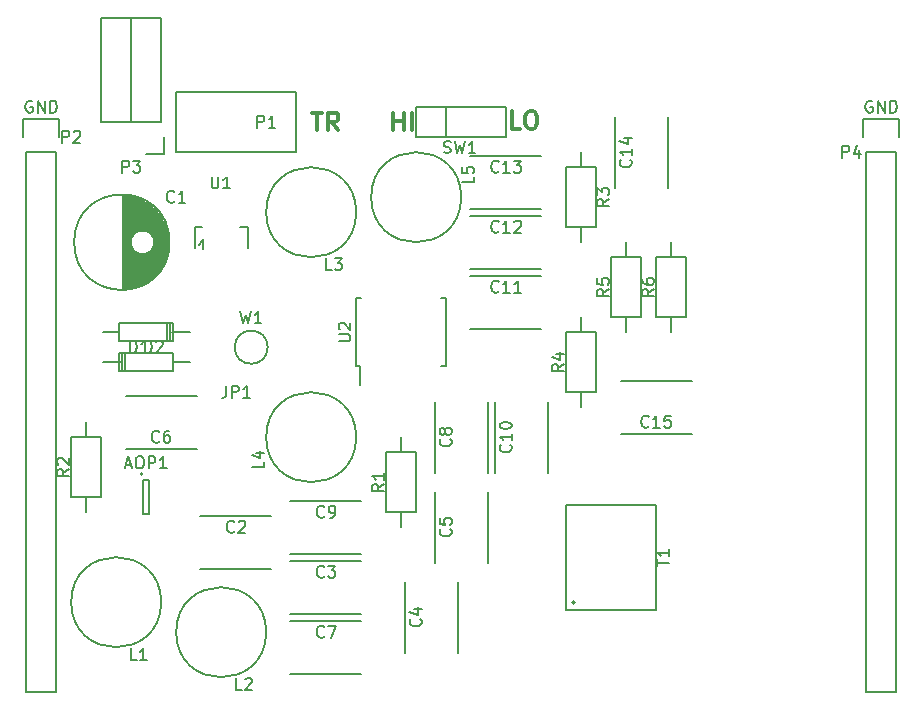
<source format=gbr>
G04 #@! TF.FileFunction,Legend,Top*
%FSLAX46Y46*%
G04 Gerber Fmt 4.6, Leading zero omitted, Abs format (unit mm)*
G04 Created by KiCad (PCBNEW 4.0.4+e1-6308~48~ubuntu16.04.1-stable) date Tue Sep  6 14:03:07 2016*
%MOMM*%
%LPD*%
G01*
G04 APERTURE LIST*
%ADD10C,0.100000*%
%ADD11C,0.300000*%
%ADD12C,0.150000*%
G04 APERTURE END LIST*
D10*
D11*
X76811286Y-87038571D02*
X76811286Y-85538571D01*
X76811286Y-86252857D02*
X77668429Y-86252857D01*
X77668429Y-87038571D02*
X77668429Y-85538571D01*
X78382715Y-87038571D02*
X78382715Y-85538571D01*
X87562572Y-86911571D02*
X86848286Y-86911571D01*
X86848286Y-85411571D01*
X88348286Y-85411571D02*
X88634000Y-85411571D01*
X88776858Y-85483000D01*
X88919715Y-85625857D01*
X88991143Y-85911571D01*
X88991143Y-86411571D01*
X88919715Y-86697286D01*
X88776858Y-86840143D01*
X88634000Y-86911571D01*
X88348286Y-86911571D01*
X88205429Y-86840143D01*
X88062572Y-86697286D01*
X87991143Y-86411571D01*
X87991143Y-85911571D01*
X88062572Y-85625857D01*
X88205429Y-85483000D01*
X88348286Y-85411571D01*
X69941429Y-85538571D02*
X70798572Y-85538571D01*
X70370001Y-87038571D02*
X70370001Y-85538571D01*
X72155715Y-87038571D02*
X71655715Y-86324286D01*
X71298572Y-87038571D02*
X71298572Y-85538571D01*
X71870000Y-85538571D01*
X72012858Y-85610000D01*
X72084286Y-85681429D01*
X72155715Y-85824286D01*
X72155715Y-86038571D01*
X72084286Y-86181429D01*
X72012858Y-86252857D01*
X71870000Y-86324286D01*
X71298572Y-86324286D01*
D12*
X55580000Y-116160000D02*
G75*
G03X55580000Y-116160000I-100000J0D01*
G01*
X56130000Y-116660000D02*
X55630000Y-116660000D01*
X56130000Y-119560000D02*
X56130000Y-116660000D01*
X55630000Y-119560000D02*
X56130000Y-119560000D01*
X55630000Y-116660000D02*
X55630000Y-119560000D01*
X53895000Y-92521000D02*
X53895000Y-100519000D01*
X54035000Y-92526000D02*
X54035000Y-100514000D01*
X54175000Y-92536000D02*
X54175000Y-100504000D01*
X54315000Y-92551000D02*
X54315000Y-100489000D01*
X54455000Y-92571000D02*
X54455000Y-100469000D01*
X54595000Y-92596000D02*
X54595000Y-96298000D01*
X54595000Y-96742000D02*
X54595000Y-100444000D01*
X54735000Y-92626000D02*
X54735000Y-95970000D01*
X54735000Y-97070000D02*
X54735000Y-100414000D01*
X54875000Y-92662000D02*
X54875000Y-95801000D01*
X54875000Y-97239000D02*
X54875000Y-100378000D01*
X55015000Y-92703000D02*
X55015000Y-95688000D01*
X55015000Y-97352000D02*
X55015000Y-100337000D01*
X55155000Y-92749000D02*
X55155000Y-95610000D01*
X55155000Y-97430000D02*
X55155000Y-100291000D01*
X55295000Y-92802000D02*
X55295000Y-95559000D01*
X55295000Y-97481000D02*
X55295000Y-100238000D01*
X55435000Y-92861000D02*
X55435000Y-95529000D01*
X55435000Y-97511000D02*
X55435000Y-100179000D01*
X55575000Y-92926000D02*
X55575000Y-95520000D01*
X55575000Y-97520000D02*
X55575000Y-100114000D01*
X55715000Y-92997000D02*
X55715000Y-95531000D01*
X55715000Y-97509000D02*
X55715000Y-100043000D01*
X55855000Y-93076000D02*
X55855000Y-95561000D01*
X55855000Y-97479000D02*
X55855000Y-99964000D01*
X55995000Y-93163000D02*
X55995000Y-95615000D01*
X55995000Y-97425000D02*
X55995000Y-99877000D01*
X56135000Y-93258000D02*
X56135000Y-95695000D01*
X56135000Y-97345000D02*
X56135000Y-99782000D01*
X56275000Y-93362000D02*
X56275000Y-95811000D01*
X56275000Y-97229000D02*
X56275000Y-99678000D01*
X56415000Y-93476000D02*
X56415000Y-95985000D01*
X56415000Y-97055000D02*
X56415000Y-99564000D01*
X56555000Y-93601000D02*
X56555000Y-96347000D01*
X56555000Y-96693000D02*
X56555000Y-99439000D01*
X56695000Y-93739000D02*
X56695000Y-99301000D01*
X56835000Y-93891000D02*
X56835000Y-99149000D01*
X56975000Y-94061000D02*
X56975000Y-98979000D01*
X57115000Y-94252000D02*
X57115000Y-98788000D01*
X57255000Y-94470000D02*
X57255000Y-98570000D01*
X57395000Y-94726000D02*
X57395000Y-98314000D01*
X57535000Y-95037000D02*
X57535000Y-98003000D01*
X57675000Y-95453000D02*
X57675000Y-97587000D01*
X57815000Y-96320000D02*
X57815000Y-96720000D01*
X56570000Y-96520000D02*
G75*
G03X56570000Y-96520000I-1000000J0D01*
G01*
X57857500Y-96520000D02*
G75*
G03X57857500Y-96520000I-4037500J0D01*
G01*
X60460000Y-119670000D02*
X66460000Y-119670000D01*
X66460000Y-124170000D02*
X60460000Y-124170000D01*
X68080000Y-123480000D02*
X74080000Y-123480000D01*
X74080000Y-127980000D02*
X68080000Y-127980000D01*
X77760000Y-131310000D02*
X77760000Y-125310000D01*
X82260000Y-125310000D02*
X82260000Y-131310000D01*
X80300000Y-123690000D02*
X80300000Y-117690000D01*
X84800000Y-117690000D02*
X84800000Y-123690000D01*
X60190000Y-114010000D02*
X54190000Y-114010000D01*
X54190000Y-109510000D02*
X60190000Y-109510000D01*
X68080000Y-128560000D02*
X74080000Y-128560000D01*
X74080000Y-133060000D02*
X68080000Y-133060000D01*
X80300000Y-116070000D02*
X80300000Y-110070000D01*
X84800000Y-110070000D02*
X84800000Y-116070000D01*
X68080000Y-118400000D02*
X74080000Y-118400000D01*
X74080000Y-122900000D02*
X68080000Y-122900000D01*
X85380000Y-116070000D02*
X85380000Y-110070000D01*
X89880000Y-110070000D02*
X89880000Y-116070000D01*
X83320000Y-99350000D02*
X89320000Y-99350000D01*
X89320000Y-103850000D02*
X83320000Y-103850000D01*
X83320000Y-94270000D02*
X89320000Y-94270000D01*
X89320000Y-98770000D02*
X83320000Y-98770000D01*
X83320000Y-89190000D02*
X89320000Y-89190000D01*
X89320000Y-93690000D02*
X83320000Y-93690000D01*
X95540000Y-91940000D02*
X95540000Y-85940000D01*
X100040000Y-85940000D02*
X100040000Y-91940000D01*
X102100000Y-112740000D02*
X96100000Y-112740000D01*
X96100000Y-108240000D02*
X102100000Y-108240000D01*
X53593480Y-104142540D02*
X52196480Y-104142540D01*
X58038480Y-104142540D02*
X59562480Y-104142540D01*
X57657480Y-104904540D02*
X57657480Y-103380540D01*
X57911480Y-104904540D02*
X57911480Y-103380540D01*
X58165480Y-104142540D02*
X58165480Y-103380540D01*
X58165480Y-103380540D02*
X53593480Y-103380540D01*
X53593480Y-103380540D02*
X53593480Y-104904540D01*
X53593480Y-104904540D02*
X58165480Y-104904540D01*
X58165480Y-104904540D02*
X58165480Y-104142540D01*
X58166520Y-106677460D02*
X59563520Y-106677460D01*
X53721520Y-106677460D02*
X52197520Y-106677460D01*
X54102520Y-105915460D02*
X54102520Y-107439460D01*
X53848520Y-105915460D02*
X53848520Y-107439460D01*
X53594520Y-106677460D02*
X53594520Y-107439460D01*
X53594520Y-107439460D02*
X58166520Y-107439460D01*
X58166520Y-107439460D02*
X58166520Y-105915460D01*
X58166520Y-105915460D02*
X53594520Y-105915460D01*
X53594520Y-105915460D02*
X53594520Y-106677460D01*
X57150000Y-127000000D02*
G75*
G03X57150000Y-127000000I-3810000J0D01*
G01*
X66040000Y-129540000D02*
G75*
G03X66040000Y-129540000I-3810000J0D01*
G01*
X73660000Y-93980000D02*
G75*
G03X73660000Y-93980000I-3810000J0D01*
G01*
X73660000Y-113030000D02*
G75*
G03X73660000Y-113030000I-3810000J0D01*
G01*
X82550000Y-92710000D02*
G75*
G03X82550000Y-92710000I-3810000J0D01*
G01*
X52070000Y-77530000D02*
X52070000Y-86360000D01*
X54610000Y-77530000D02*
X52070000Y-77530000D01*
X54610000Y-86360000D02*
X54610000Y-77530000D01*
X54610000Y-86360000D02*
X52070000Y-86360000D01*
X57150000Y-86360000D02*
X54610000Y-86360000D01*
X55880000Y-89030000D02*
X57430000Y-89030000D01*
X57430000Y-89030000D02*
X57430000Y-87630000D01*
X57150000Y-86360000D02*
X57150000Y-77530000D01*
X57150000Y-77530000D02*
X54610000Y-77530000D01*
X54610000Y-77530000D02*
X54610000Y-86360000D01*
X76200000Y-119380000D02*
X76200000Y-114300000D01*
X76200000Y-114300000D02*
X78740000Y-114300000D01*
X78740000Y-114300000D02*
X78740000Y-119380000D01*
X78740000Y-119380000D02*
X76200000Y-119380000D01*
X77470000Y-119380000D02*
X77470000Y-120650000D01*
X77470000Y-114300000D02*
X77470000Y-113030000D01*
X49530000Y-118110000D02*
X49530000Y-113030000D01*
X49530000Y-113030000D02*
X52070000Y-113030000D01*
X52070000Y-113030000D02*
X52070000Y-118110000D01*
X52070000Y-118110000D02*
X49530000Y-118110000D01*
X50800000Y-118110000D02*
X50800000Y-119380000D01*
X50800000Y-113030000D02*
X50800000Y-111760000D01*
X93980000Y-90170000D02*
X93980000Y-95250000D01*
X93980000Y-95250000D02*
X91440000Y-95250000D01*
X91440000Y-95250000D02*
X91440000Y-90170000D01*
X91440000Y-90170000D02*
X93980000Y-90170000D01*
X92710000Y-90170000D02*
X92710000Y-88900000D01*
X92710000Y-95250000D02*
X92710000Y-96520000D01*
X91440000Y-109220000D02*
X91440000Y-104140000D01*
X91440000Y-104140000D02*
X93980000Y-104140000D01*
X93980000Y-104140000D02*
X93980000Y-109220000D01*
X93980000Y-109220000D02*
X91440000Y-109220000D01*
X92710000Y-109220000D02*
X92710000Y-110490000D01*
X92710000Y-104140000D02*
X92710000Y-102870000D01*
X95250000Y-102870000D02*
X95250000Y-97790000D01*
X95250000Y-97790000D02*
X97790000Y-97790000D01*
X97790000Y-97790000D02*
X97790000Y-102870000D01*
X97790000Y-102870000D02*
X95250000Y-102870000D01*
X96520000Y-102870000D02*
X96520000Y-104140000D01*
X96520000Y-97790000D02*
X96520000Y-96520000D01*
X99060000Y-102870000D02*
X99060000Y-97790000D01*
X99060000Y-97790000D02*
X101600000Y-97790000D01*
X101600000Y-97790000D02*
X101600000Y-102870000D01*
X101600000Y-102870000D02*
X99060000Y-102870000D01*
X100330000Y-102870000D02*
X100330000Y-104140000D01*
X100330000Y-97790000D02*
X100330000Y-96520000D01*
X78740000Y-87630000D02*
X78740000Y-85090000D01*
X78740000Y-85090000D02*
X86360000Y-85090000D01*
X86360000Y-85090000D02*
X86360000Y-87630000D01*
X86360000Y-87630000D02*
X78740000Y-87630000D01*
X81280000Y-85090000D02*
X81280000Y-87630000D01*
X60330080Y-96720660D02*
X60579000Y-96420940D01*
X60579000Y-96420940D02*
X60680600Y-96271080D01*
X60680600Y-96271080D02*
X60680600Y-97119440D01*
X59979560Y-95219520D02*
X59979560Y-97020380D01*
X59979560Y-95219520D02*
X60629800Y-95219520D01*
X64480440Y-95219520D02*
X64480440Y-97020380D01*
X64480440Y-95219520D02*
X63830200Y-95219520D01*
X66170000Y-105410000D02*
G75*
G03X66170000Y-105410000I-1400000J0D01*
G01*
X58420000Y-83820000D02*
X68580000Y-83820000D01*
X68580000Y-83820000D02*
X68580000Y-88900000D01*
X68580000Y-88900000D02*
X58420000Y-88900000D01*
X58420000Y-88900000D02*
X58420000Y-83820000D01*
X116840000Y-88900000D02*
X116840000Y-134620000D01*
X116840000Y-134620000D02*
X119380000Y-134620000D01*
X119380000Y-134620000D02*
X119380000Y-88900000D01*
X116560000Y-86080000D02*
X116560000Y-87630000D01*
X116840000Y-88900000D02*
X119380000Y-88900000D01*
X119660000Y-87630000D02*
X119660000Y-86080000D01*
X119660000Y-86080000D02*
X116560000Y-86080000D01*
X45720000Y-88900000D02*
X45720000Y-134620000D01*
X45720000Y-134620000D02*
X48260000Y-134620000D01*
X48260000Y-134620000D02*
X48260000Y-88900000D01*
X45440000Y-86080000D02*
X45440000Y-87630000D01*
X45720000Y-88900000D02*
X48260000Y-88900000D01*
X48540000Y-87630000D02*
X48540000Y-86080000D01*
X48540000Y-86080000D02*
X45440000Y-86080000D01*
X73645000Y-107015000D02*
X73995000Y-107015000D01*
X73645000Y-101265000D02*
X74095000Y-101265000D01*
X81295000Y-101265000D02*
X80845000Y-101265000D01*
X81295000Y-107015000D02*
X80845000Y-107015000D01*
X73645000Y-107015000D02*
X73645000Y-101265000D01*
X81295000Y-107015000D02*
X81295000Y-101265000D01*
X73995000Y-107015000D02*
X73995000Y-108615000D01*
X92202000Y-127000000D02*
G75*
G03X92202000Y-127000000I-127000J0D01*
G01*
X99060000Y-127635000D02*
X91440000Y-127635000D01*
X91440000Y-127635000D02*
X91440000Y-118745000D01*
X99060000Y-118745000D02*
X99060000Y-127635000D01*
X99060000Y-119380000D02*
X99060000Y-119380000D01*
X91440000Y-118745000D02*
X99060000Y-118745000D01*
X54141905Y-115376667D02*
X54618096Y-115376667D01*
X54046667Y-115662381D02*
X54380000Y-114662381D01*
X54713334Y-115662381D01*
X55237143Y-114662381D02*
X55427620Y-114662381D01*
X55522858Y-114710000D01*
X55618096Y-114805238D01*
X55665715Y-114995714D01*
X55665715Y-115329048D01*
X55618096Y-115519524D01*
X55522858Y-115614762D01*
X55427620Y-115662381D01*
X55237143Y-115662381D01*
X55141905Y-115614762D01*
X55046667Y-115519524D01*
X54999048Y-115329048D01*
X54999048Y-114995714D01*
X55046667Y-114805238D01*
X55141905Y-114710000D01*
X55237143Y-114662381D01*
X56094286Y-115662381D02*
X56094286Y-114662381D01*
X56475239Y-114662381D01*
X56570477Y-114710000D01*
X56618096Y-114757619D01*
X56665715Y-114852857D01*
X56665715Y-114995714D01*
X56618096Y-115090952D01*
X56570477Y-115138571D01*
X56475239Y-115186190D01*
X56094286Y-115186190D01*
X57618096Y-115662381D02*
X57046667Y-115662381D01*
X57332381Y-115662381D02*
X57332381Y-114662381D01*
X57237143Y-114805238D01*
X57141905Y-114900476D01*
X57046667Y-114948095D01*
X58253334Y-93067143D02*
X58205715Y-93114762D01*
X58062858Y-93162381D01*
X57967620Y-93162381D01*
X57824762Y-93114762D01*
X57729524Y-93019524D01*
X57681905Y-92924286D01*
X57634286Y-92733810D01*
X57634286Y-92590952D01*
X57681905Y-92400476D01*
X57729524Y-92305238D01*
X57824762Y-92210000D01*
X57967620Y-92162381D01*
X58062858Y-92162381D01*
X58205715Y-92210000D01*
X58253334Y-92257619D01*
X59205715Y-93162381D02*
X58634286Y-93162381D01*
X58920000Y-93162381D02*
X58920000Y-92162381D01*
X58824762Y-92305238D01*
X58729524Y-92400476D01*
X58634286Y-92448095D01*
X63333334Y-121007143D02*
X63285715Y-121054762D01*
X63142858Y-121102381D01*
X63047620Y-121102381D01*
X62904762Y-121054762D01*
X62809524Y-120959524D01*
X62761905Y-120864286D01*
X62714286Y-120673810D01*
X62714286Y-120530952D01*
X62761905Y-120340476D01*
X62809524Y-120245238D01*
X62904762Y-120150000D01*
X63047620Y-120102381D01*
X63142858Y-120102381D01*
X63285715Y-120150000D01*
X63333334Y-120197619D01*
X63714286Y-120197619D02*
X63761905Y-120150000D01*
X63857143Y-120102381D01*
X64095239Y-120102381D01*
X64190477Y-120150000D01*
X64238096Y-120197619D01*
X64285715Y-120292857D01*
X64285715Y-120388095D01*
X64238096Y-120530952D01*
X63666667Y-121102381D01*
X64285715Y-121102381D01*
X70953334Y-124817143D02*
X70905715Y-124864762D01*
X70762858Y-124912381D01*
X70667620Y-124912381D01*
X70524762Y-124864762D01*
X70429524Y-124769524D01*
X70381905Y-124674286D01*
X70334286Y-124483810D01*
X70334286Y-124340952D01*
X70381905Y-124150476D01*
X70429524Y-124055238D01*
X70524762Y-123960000D01*
X70667620Y-123912381D01*
X70762858Y-123912381D01*
X70905715Y-123960000D01*
X70953334Y-124007619D01*
X71286667Y-123912381D02*
X71905715Y-123912381D01*
X71572381Y-124293333D01*
X71715239Y-124293333D01*
X71810477Y-124340952D01*
X71858096Y-124388571D01*
X71905715Y-124483810D01*
X71905715Y-124721905D01*
X71858096Y-124817143D01*
X71810477Y-124864762D01*
X71715239Y-124912381D01*
X71429524Y-124912381D01*
X71334286Y-124864762D01*
X71286667Y-124817143D01*
X79097143Y-128436666D02*
X79144762Y-128484285D01*
X79192381Y-128627142D01*
X79192381Y-128722380D01*
X79144762Y-128865238D01*
X79049524Y-128960476D01*
X78954286Y-129008095D01*
X78763810Y-129055714D01*
X78620952Y-129055714D01*
X78430476Y-129008095D01*
X78335238Y-128960476D01*
X78240000Y-128865238D01*
X78192381Y-128722380D01*
X78192381Y-128627142D01*
X78240000Y-128484285D01*
X78287619Y-128436666D01*
X78525714Y-127579523D02*
X79192381Y-127579523D01*
X78144762Y-127817619D02*
X78859048Y-128055714D01*
X78859048Y-127436666D01*
X81637143Y-120816666D02*
X81684762Y-120864285D01*
X81732381Y-121007142D01*
X81732381Y-121102380D01*
X81684762Y-121245238D01*
X81589524Y-121340476D01*
X81494286Y-121388095D01*
X81303810Y-121435714D01*
X81160952Y-121435714D01*
X80970476Y-121388095D01*
X80875238Y-121340476D01*
X80780000Y-121245238D01*
X80732381Y-121102380D01*
X80732381Y-121007142D01*
X80780000Y-120864285D01*
X80827619Y-120816666D01*
X80732381Y-119911904D02*
X80732381Y-120388095D01*
X81208571Y-120435714D01*
X81160952Y-120388095D01*
X81113333Y-120292857D01*
X81113333Y-120054761D01*
X81160952Y-119959523D01*
X81208571Y-119911904D01*
X81303810Y-119864285D01*
X81541905Y-119864285D01*
X81637143Y-119911904D01*
X81684762Y-119959523D01*
X81732381Y-120054761D01*
X81732381Y-120292857D01*
X81684762Y-120388095D01*
X81637143Y-120435714D01*
X56983334Y-113387143D02*
X56935715Y-113434762D01*
X56792858Y-113482381D01*
X56697620Y-113482381D01*
X56554762Y-113434762D01*
X56459524Y-113339524D01*
X56411905Y-113244286D01*
X56364286Y-113053810D01*
X56364286Y-112910952D01*
X56411905Y-112720476D01*
X56459524Y-112625238D01*
X56554762Y-112530000D01*
X56697620Y-112482381D01*
X56792858Y-112482381D01*
X56935715Y-112530000D01*
X56983334Y-112577619D01*
X57840477Y-112482381D02*
X57650000Y-112482381D01*
X57554762Y-112530000D01*
X57507143Y-112577619D01*
X57411905Y-112720476D01*
X57364286Y-112910952D01*
X57364286Y-113291905D01*
X57411905Y-113387143D01*
X57459524Y-113434762D01*
X57554762Y-113482381D01*
X57745239Y-113482381D01*
X57840477Y-113434762D01*
X57888096Y-113387143D01*
X57935715Y-113291905D01*
X57935715Y-113053810D01*
X57888096Y-112958571D01*
X57840477Y-112910952D01*
X57745239Y-112863333D01*
X57554762Y-112863333D01*
X57459524Y-112910952D01*
X57411905Y-112958571D01*
X57364286Y-113053810D01*
X70953334Y-129897143D02*
X70905715Y-129944762D01*
X70762858Y-129992381D01*
X70667620Y-129992381D01*
X70524762Y-129944762D01*
X70429524Y-129849524D01*
X70381905Y-129754286D01*
X70334286Y-129563810D01*
X70334286Y-129420952D01*
X70381905Y-129230476D01*
X70429524Y-129135238D01*
X70524762Y-129040000D01*
X70667620Y-128992381D01*
X70762858Y-128992381D01*
X70905715Y-129040000D01*
X70953334Y-129087619D01*
X71286667Y-128992381D02*
X71953334Y-128992381D01*
X71524762Y-129992381D01*
X81637143Y-113196666D02*
X81684762Y-113244285D01*
X81732381Y-113387142D01*
X81732381Y-113482380D01*
X81684762Y-113625238D01*
X81589524Y-113720476D01*
X81494286Y-113768095D01*
X81303810Y-113815714D01*
X81160952Y-113815714D01*
X80970476Y-113768095D01*
X80875238Y-113720476D01*
X80780000Y-113625238D01*
X80732381Y-113482380D01*
X80732381Y-113387142D01*
X80780000Y-113244285D01*
X80827619Y-113196666D01*
X81160952Y-112625238D02*
X81113333Y-112720476D01*
X81065714Y-112768095D01*
X80970476Y-112815714D01*
X80922857Y-112815714D01*
X80827619Y-112768095D01*
X80780000Y-112720476D01*
X80732381Y-112625238D01*
X80732381Y-112434761D01*
X80780000Y-112339523D01*
X80827619Y-112291904D01*
X80922857Y-112244285D01*
X80970476Y-112244285D01*
X81065714Y-112291904D01*
X81113333Y-112339523D01*
X81160952Y-112434761D01*
X81160952Y-112625238D01*
X81208571Y-112720476D01*
X81256190Y-112768095D01*
X81351429Y-112815714D01*
X81541905Y-112815714D01*
X81637143Y-112768095D01*
X81684762Y-112720476D01*
X81732381Y-112625238D01*
X81732381Y-112434761D01*
X81684762Y-112339523D01*
X81637143Y-112291904D01*
X81541905Y-112244285D01*
X81351429Y-112244285D01*
X81256190Y-112291904D01*
X81208571Y-112339523D01*
X81160952Y-112434761D01*
X70953334Y-119737143D02*
X70905715Y-119784762D01*
X70762858Y-119832381D01*
X70667620Y-119832381D01*
X70524762Y-119784762D01*
X70429524Y-119689524D01*
X70381905Y-119594286D01*
X70334286Y-119403810D01*
X70334286Y-119260952D01*
X70381905Y-119070476D01*
X70429524Y-118975238D01*
X70524762Y-118880000D01*
X70667620Y-118832381D01*
X70762858Y-118832381D01*
X70905715Y-118880000D01*
X70953334Y-118927619D01*
X71429524Y-119832381D02*
X71620000Y-119832381D01*
X71715239Y-119784762D01*
X71762858Y-119737143D01*
X71858096Y-119594286D01*
X71905715Y-119403810D01*
X71905715Y-119022857D01*
X71858096Y-118927619D01*
X71810477Y-118880000D01*
X71715239Y-118832381D01*
X71524762Y-118832381D01*
X71429524Y-118880000D01*
X71381905Y-118927619D01*
X71334286Y-119022857D01*
X71334286Y-119260952D01*
X71381905Y-119356190D01*
X71429524Y-119403810D01*
X71524762Y-119451429D01*
X71715239Y-119451429D01*
X71810477Y-119403810D01*
X71858096Y-119356190D01*
X71905715Y-119260952D01*
X86717143Y-113672857D02*
X86764762Y-113720476D01*
X86812381Y-113863333D01*
X86812381Y-113958571D01*
X86764762Y-114101429D01*
X86669524Y-114196667D01*
X86574286Y-114244286D01*
X86383810Y-114291905D01*
X86240952Y-114291905D01*
X86050476Y-114244286D01*
X85955238Y-114196667D01*
X85860000Y-114101429D01*
X85812381Y-113958571D01*
X85812381Y-113863333D01*
X85860000Y-113720476D01*
X85907619Y-113672857D01*
X86812381Y-112720476D02*
X86812381Y-113291905D01*
X86812381Y-113006191D02*
X85812381Y-113006191D01*
X85955238Y-113101429D01*
X86050476Y-113196667D01*
X86098095Y-113291905D01*
X85812381Y-112101429D02*
X85812381Y-112006190D01*
X85860000Y-111910952D01*
X85907619Y-111863333D01*
X86002857Y-111815714D01*
X86193333Y-111768095D01*
X86431429Y-111768095D01*
X86621905Y-111815714D01*
X86717143Y-111863333D01*
X86764762Y-111910952D01*
X86812381Y-112006190D01*
X86812381Y-112101429D01*
X86764762Y-112196667D01*
X86717143Y-112244286D01*
X86621905Y-112291905D01*
X86431429Y-112339524D01*
X86193333Y-112339524D01*
X86002857Y-112291905D01*
X85907619Y-112244286D01*
X85860000Y-112196667D01*
X85812381Y-112101429D01*
X85717143Y-100687143D02*
X85669524Y-100734762D01*
X85526667Y-100782381D01*
X85431429Y-100782381D01*
X85288571Y-100734762D01*
X85193333Y-100639524D01*
X85145714Y-100544286D01*
X85098095Y-100353810D01*
X85098095Y-100210952D01*
X85145714Y-100020476D01*
X85193333Y-99925238D01*
X85288571Y-99830000D01*
X85431429Y-99782381D01*
X85526667Y-99782381D01*
X85669524Y-99830000D01*
X85717143Y-99877619D01*
X86669524Y-100782381D02*
X86098095Y-100782381D01*
X86383809Y-100782381D02*
X86383809Y-99782381D01*
X86288571Y-99925238D01*
X86193333Y-100020476D01*
X86098095Y-100068095D01*
X87621905Y-100782381D02*
X87050476Y-100782381D01*
X87336190Y-100782381D02*
X87336190Y-99782381D01*
X87240952Y-99925238D01*
X87145714Y-100020476D01*
X87050476Y-100068095D01*
X85717143Y-95607143D02*
X85669524Y-95654762D01*
X85526667Y-95702381D01*
X85431429Y-95702381D01*
X85288571Y-95654762D01*
X85193333Y-95559524D01*
X85145714Y-95464286D01*
X85098095Y-95273810D01*
X85098095Y-95130952D01*
X85145714Y-94940476D01*
X85193333Y-94845238D01*
X85288571Y-94750000D01*
X85431429Y-94702381D01*
X85526667Y-94702381D01*
X85669524Y-94750000D01*
X85717143Y-94797619D01*
X86669524Y-95702381D02*
X86098095Y-95702381D01*
X86383809Y-95702381D02*
X86383809Y-94702381D01*
X86288571Y-94845238D01*
X86193333Y-94940476D01*
X86098095Y-94988095D01*
X87050476Y-94797619D02*
X87098095Y-94750000D01*
X87193333Y-94702381D01*
X87431429Y-94702381D01*
X87526667Y-94750000D01*
X87574286Y-94797619D01*
X87621905Y-94892857D01*
X87621905Y-94988095D01*
X87574286Y-95130952D01*
X87002857Y-95702381D01*
X87621905Y-95702381D01*
X85717143Y-90527143D02*
X85669524Y-90574762D01*
X85526667Y-90622381D01*
X85431429Y-90622381D01*
X85288571Y-90574762D01*
X85193333Y-90479524D01*
X85145714Y-90384286D01*
X85098095Y-90193810D01*
X85098095Y-90050952D01*
X85145714Y-89860476D01*
X85193333Y-89765238D01*
X85288571Y-89670000D01*
X85431429Y-89622381D01*
X85526667Y-89622381D01*
X85669524Y-89670000D01*
X85717143Y-89717619D01*
X86669524Y-90622381D02*
X86098095Y-90622381D01*
X86383809Y-90622381D02*
X86383809Y-89622381D01*
X86288571Y-89765238D01*
X86193333Y-89860476D01*
X86098095Y-89908095D01*
X87002857Y-89622381D02*
X87621905Y-89622381D01*
X87288571Y-90003333D01*
X87431429Y-90003333D01*
X87526667Y-90050952D01*
X87574286Y-90098571D01*
X87621905Y-90193810D01*
X87621905Y-90431905D01*
X87574286Y-90527143D01*
X87526667Y-90574762D01*
X87431429Y-90622381D01*
X87145714Y-90622381D01*
X87050476Y-90574762D01*
X87002857Y-90527143D01*
X96877143Y-89542857D02*
X96924762Y-89590476D01*
X96972381Y-89733333D01*
X96972381Y-89828571D01*
X96924762Y-89971429D01*
X96829524Y-90066667D01*
X96734286Y-90114286D01*
X96543810Y-90161905D01*
X96400952Y-90161905D01*
X96210476Y-90114286D01*
X96115238Y-90066667D01*
X96020000Y-89971429D01*
X95972381Y-89828571D01*
X95972381Y-89733333D01*
X96020000Y-89590476D01*
X96067619Y-89542857D01*
X96972381Y-88590476D02*
X96972381Y-89161905D01*
X96972381Y-88876191D02*
X95972381Y-88876191D01*
X96115238Y-88971429D01*
X96210476Y-89066667D01*
X96258095Y-89161905D01*
X96305714Y-87733333D02*
X96972381Y-87733333D01*
X95924762Y-87971429D02*
X96639048Y-88209524D01*
X96639048Y-87590476D01*
X98417143Y-112117143D02*
X98369524Y-112164762D01*
X98226667Y-112212381D01*
X98131429Y-112212381D01*
X97988571Y-112164762D01*
X97893333Y-112069524D01*
X97845714Y-111974286D01*
X97798095Y-111783810D01*
X97798095Y-111640952D01*
X97845714Y-111450476D01*
X97893333Y-111355238D01*
X97988571Y-111260000D01*
X98131429Y-111212381D01*
X98226667Y-111212381D01*
X98369524Y-111260000D01*
X98417143Y-111307619D01*
X99369524Y-112212381D02*
X98798095Y-112212381D01*
X99083809Y-112212381D02*
X99083809Y-111212381D01*
X98988571Y-111355238D01*
X98893333Y-111450476D01*
X98798095Y-111498095D01*
X100274286Y-111212381D02*
X99798095Y-111212381D01*
X99750476Y-111688571D01*
X99798095Y-111640952D01*
X99893333Y-111593333D01*
X100131429Y-111593333D01*
X100226667Y-111640952D01*
X100274286Y-111688571D01*
X100321905Y-111783810D01*
X100321905Y-112021905D01*
X100274286Y-112117143D01*
X100226667Y-112164762D01*
X100131429Y-112212381D01*
X99893333Y-112212381D01*
X99798095Y-112164762D01*
X99750476Y-112117143D01*
X54506905Y-105862381D02*
X54506905Y-104862381D01*
X54745000Y-104862381D01*
X54887858Y-104910000D01*
X54983096Y-105005238D01*
X55030715Y-105100476D01*
X55078334Y-105290952D01*
X55078334Y-105433810D01*
X55030715Y-105624286D01*
X54983096Y-105719524D01*
X54887858Y-105814762D01*
X54745000Y-105862381D01*
X54506905Y-105862381D01*
X56030715Y-105862381D02*
X55459286Y-105862381D01*
X55745000Y-105862381D02*
X55745000Y-104862381D01*
X55649762Y-105005238D01*
X55554524Y-105100476D01*
X55459286Y-105148095D01*
X55776905Y-105862381D02*
X55776905Y-104862381D01*
X56015000Y-104862381D01*
X56157858Y-104910000D01*
X56253096Y-105005238D01*
X56300715Y-105100476D01*
X56348334Y-105290952D01*
X56348334Y-105433810D01*
X56300715Y-105624286D01*
X56253096Y-105719524D01*
X56157858Y-105814762D01*
X56015000Y-105862381D01*
X55776905Y-105862381D01*
X56729286Y-104957619D02*
X56776905Y-104910000D01*
X56872143Y-104862381D01*
X57110239Y-104862381D01*
X57205477Y-104910000D01*
X57253096Y-104957619D01*
X57300715Y-105052857D01*
X57300715Y-105148095D01*
X57253096Y-105290952D01*
X56681667Y-105862381D01*
X57300715Y-105862381D01*
X62666667Y-108672381D02*
X62666667Y-109386667D01*
X62619047Y-109529524D01*
X62523809Y-109624762D01*
X62380952Y-109672381D01*
X62285714Y-109672381D01*
X63142857Y-109672381D02*
X63142857Y-108672381D01*
X63523810Y-108672381D01*
X63619048Y-108720000D01*
X63666667Y-108767619D01*
X63714286Y-108862857D01*
X63714286Y-109005714D01*
X63666667Y-109100952D01*
X63619048Y-109148571D01*
X63523810Y-109196190D01*
X63142857Y-109196190D01*
X64666667Y-109672381D02*
X64095238Y-109672381D01*
X64380952Y-109672381D02*
X64380952Y-108672381D01*
X64285714Y-108815238D01*
X64190476Y-108910476D01*
X64095238Y-108958095D01*
X55078334Y-131897381D02*
X54602143Y-131897381D01*
X54602143Y-130897381D01*
X55935477Y-131897381D02*
X55364048Y-131897381D01*
X55649762Y-131897381D02*
X55649762Y-130897381D01*
X55554524Y-131040238D01*
X55459286Y-131135476D01*
X55364048Y-131183095D01*
X63968334Y-134437381D02*
X63492143Y-134437381D01*
X63492143Y-133437381D01*
X64254048Y-133532619D02*
X64301667Y-133485000D01*
X64396905Y-133437381D01*
X64635001Y-133437381D01*
X64730239Y-133485000D01*
X64777858Y-133532619D01*
X64825477Y-133627857D01*
X64825477Y-133723095D01*
X64777858Y-133865952D01*
X64206429Y-134437381D01*
X64825477Y-134437381D01*
X71588334Y-98877381D02*
X71112143Y-98877381D01*
X71112143Y-97877381D01*
X71826429Y-97877381D02*
X72445477Y-97877381D01*
X72112143Y-98258333D01*
X72255001Y-98258333D01*
X72350239Y-98305952D01*
X72397858Y-98353571D01*
X72445477Y-98448810D01*
X72445477Y-98686905D01*
X72397858Y-98782143D01*
X72350239Y-98829762D01*
X72255001Y-98877381D01*
X71969286Y-98877381D01*
X71874048Y-98829762D01*
X71826429Y-98782143D01*
X65857381Y-115101666D02*
X65857381Y-115577857D01*
X64857381Y-115577857D01*
X65190714Y-114339761D02*
X65857381Y-114339761D01*
X64809762Y-114577857D02*
X65524048Y-114815952D01*
X65524048Y-114196904D01*
X83637381Y-90971666D02*
X83637381Y-91447857D01*
X82637381Y-91447857D01*
X82637381Y-90162142D02*
X82637381Y-90638333D01*
X83113571Y-90685952D01*
X83065952Y-90638333D01*
X83018333Y-90543095D01*
X83018333Y-90304999D01*
X83065952Y-90209761D01*
X83113571Y-90162142D01*
X83208810Y-90114523D01*
X83446905Y-90114523D01*
X83542143Y-90162142D01*
X83589762Y-90209761D01*
X83637381Y-90304999D01*
X83637381Y-90543095D01*
X83589762Y-90638333D01*
X83542143Y-90685952D01*
X53871905Y-90622381D02*
X53871905Y-89622381D01*
X54252858Y-89622381D01*
X54348096Y-89670000D01*
X54395715Y-89717619D01*
X54443334Y-89812857D01*
X54443334Y-89955714D01*
X54395715Y-90050952D01*
X54348096Y-90098571D01*
X54252858Y-90146190D01*
X53871905Y-90146190D01*
X54776667Y-89622381D02*
X55395715Y-89622381D01*
X55062381Y-90003333D01*
X55205239Y-90003333D01*
X55300477Y-90050952D01*
X55348096Y-90098571D01*
X55395715Y-90193810D01*
X55395715Y-90431905D01*
X55348096Y-90527143D01*
X55300477Y-90574762D01*
X55205239Y-90622381D01*
X54919524Y-90622381D01*
X54824286Y-90574762D01*
X54776667Y-90527143D01*
X76017381Y-117006666D02*
X75541190Y-117340000D01*
X76017381Y-117578095D02*
X75017381Y-117578095D01*
X75017381Y-117197142D01*
X75065000Y-117101904D01*
X75112619Y-117054285D01*
X75207857Y-117006666D01*
X75350714Y-117006666D01*
X75445952Y-117054285D01*
X75493571Y-117101904D01*
X75541190Y-117197142D01*
X75541190Y-117578095D01*
X76017381Y-116054285D02*
X76017381Y-116625714D01*
X76017381Y-116340000D02*
X75017381Y-116340000D01*
X75160238Y-116435238D01*
X75255476Y-116530476D01*
X75303095Y-116625714D01*
X49347381Y-115736666D02*
X48871190Y-116070000D01*
X49347381Y-116308095D02*
X48347381Y-116308095D01*
X48347381Y-115927142D01*
X48395000Y-115831904D01*
X48442619Y-115784285D01*
X48537857Y-115736666D01*
X48680714Y-115736666D01*
X48775952Y-115784285D01*
X48823571Y-115831904D01*
X48871190Y-115927142D01*
X48871190Y-116308095D01*
X48442619Y-115355714D02*
X48395000Y-115308095D01*
X48347381Y-115212857D01*
X48347381Y-114974761D01*
X48395000Y-114879523D01*
X48442619Y-114831904D01*
X48537857Y-114784285D01*
X48633095Y-114784285D01*
X48775952Y-114831904D01*
X49347381Y-115403333D01*
X49347381Y-114784285D01*
X95067381Y-92876666D02*
X94591190Y-93210000D01*
X95067381Y-93448095D02*
X94067381Y-93448095D01*
X94067381Y-93067142D01*
X94115000Y-92971904D01*
X94162619Y-92924285D01*
X94257857Y-92876666D01*
X94400714Y-92876666D01*
X94495952Y-92924285D01*
X94543571Y-92971904D01*
X94591190Y-93067142D01*
X94591190Y-93448095D01*
X94067381Y-92543333D02*
X94067381Y-91924285D01*
X94448333Y-92257619D01*
X94448333Y-92114761D01*
X94495952Y-92019523D01*
X94543571Y-91971904D01*
X94638810Y-91924285D01*
X94876905Y-91924285D01*
X94972143Y-91971904D01*
X95019762Y-92019523D01*
X95067381Y-92114761D01*
X95067381Y-92400476D01*
X95019762Y-92495714D01*
X94972143Y-92543333D01*
X91257381Y-106846666D02*
X90781190Y-107180000D01*
X91257381Y-107418095D02*
X90257381Y-107418095D01*
X90257381Y-107037142D01*
X90305000Y-106941904D01*
X90352619Y-106894285D01*
X90447857Y-106846666D01*
X90590714Y-106846666D01*
X90685952Y-106894285D01*
X90733571Y-106941904D01*
X90781190Y-107037142D01*
X90781190Y-107418095D01*
X90590714Y-105989523D02*
X91257381Y-105989523D01*
X90209762Y-106227619D02*
X90924048Y-106465714D01*
X90924048Y-105846666D01*
X95067381Y-100496666D02*
X94591190Y-100830000D01*
X95067381Y-101068095D02*
X94067381Y-101068095D01*
X94067381Y-100687142D01*
X94115000Y-100591904D01*
X94162619Y-100544285D01*
X94257857Y-100496666D01*
X94400714Y-100496666D01*
X94495952Y-100544285D01*
X94543571Y-100591904D01*
X94591190Y-100687142D01*
X94591190Y-101068095D01*
X94067381Y-99591904D02*
X94067381Y-100068095D01*
X94543571Y-100115714D01*
X94495952Y-100068095D01*
X94448333Y-99972857D01*
X94448333Y-99734761D01*
X94495952Y-99639523D01*
X94543571Y-99591904D01*
X94638810Y-99544285D01*
X94876905Y-99544285D01*
X94972143Y-99591904D01*
X95019762Y-99639523D01*
X95067381Y-99734761D01*
X95067381Y-99972857D01*
X95019762Y-100068095D01*
X94972143Y-100115714D01*
X98877381Y-100496666D02*
X98401190Y-100830000D01*
X98877381Y-101068095D02*
X97877381Y-101068095D01*
X97877381Y-100687142D01*
X97925000Y-100591904D01*
X97972619Y-100544285D01*
X98067857Y-100496666D01*
X98210714Y-100496666D01*
X98305952Y-100544285D01*
X98353571Y-100591904D01*
X98401190Y-100687142D01*
X98401190Y-101068095D01*
X97877381Y-99639523D02*
X97877381Y-99830000D01*
X97925000Y-99925238D01*
X97972619Y-99972857D01*
X98115476Y-100068095D01*
X98305952Y-100115714D01*
X98686905Y-100115714D01*
X98782143Y-100068095D01*
X98829762Y-100020476D01*
X98877381Y-99925238D01*
X98877381Y-99734761D01*
X98829762Y-99639523D01*
X98782143Y-99591904D01*
X98686905Y-99544285D01*
X98448810Y-99544285D01*
X98353571Y-99591904D01*
X98305952Y-99639523D01*
X98258333Y-99734761D01*
X98258333Y-99925238D01*
X98305952Y-100020476D01*
X98353571Y-100068095D01*
X98448810Y-100115714D01*
X81089667Y-88923762D02*
X81232524Y-88971381D01*
X81470620Y-88971381D01*
X81565858Y-88923762D01*
X81613477Y-88876143D01*
X81661096Y-88780905D01*
X81661096Y-88685667D01*
X81613477Y-88590429D01*
X81565858Y-88542810D01*
X81470620Y-88495190D01*
X81280143Y-88447571D01*
X81184905Y-88399952D01*
X81137286Y-88352333D01*
X81089667Y-88257095D01*
X81089667Y-88161857D01*
X81137286Y-88066619D01*
X81184905Y-88019000D01*
X81280143Y-87971381D01*
X81518239Y-87971381D01*
X81661096Y-88019000D01*
X81994429Y-87971381D02*
X82232524Y-88971381D01*
X82423001Y-88257095D01*
X82613477Y-88971381D01*
X82851572Y-87971381D01*
X83756334Y-88971381D02*
X83184905Y-88971381D01*
X83470619Y-88971381D02*
X83470619Y-87971381D01*
X83375381Y-88114238D01*
X83280143Y-88209476D01*
X83184905Y-88257095D01*
X61417295Y-90971121D02*
X61417295Y-91780645D01*
X61464914Y-91875883D01*
X61512533Y-91923502D01*
X61607771Y-91971121D01*
X61798248Y-91971121D01*
X61893486Y-91923502D01*
X61941105Y-91875883D01*
X61988724Y-91780645D01*
X61988724Y-90971121D01*
X62988724Y-91971121D02*
X62417295Y-91971121D01*
X62703009Y-91971121D02*
X62703009Y-90971121D01*
X62607771Y-91113978D01*
X62512533Y-91209216D01*
X62417295Y-91256835D01*
X63865238Y-102362381D02*
X64103333Y-103362381D01*
X64293810Y-102648095D01*
X64484286Y-103362381D01*
X64722381Y-102362381D01*
X65627143Y-103362381D02*
X65055714Y-103362381D01*
X65341428Y-103362381D02*
X65341428Y-102362381D01*
X65246190Y-102505238D01*
X65150952Y-102600476D01*
X65055714Y-102648095D01*
X65301905Y-86812381D02*
X65301905Y-85812381D01*
X65682858Y-85812381D01*
X65778096Y-85860000D01*
X65825715Y-85907619D01*
X65873334Y-86002857D01*
X65873334Y-86145714D01*
X65825715Y-86240952D01*
X65778096Y-86288571D01*
X65682858Y-86336190D01*
X65301905Y-86336190D01*
X66825715Y-86812381D02*
X66254286Y-86812381D01*
X66540000Y-86812381D02*
X66540000Y-85812381D01*
X66444762Y-85955238D01*
X66349524Y-86050476D01*
X66254286Y-86098095D01*
X114831905Y-89352381D02*
X114831905Y-88352381D01*
X115212858Y-88352381D01*
X115308096Y-88400000D01*
X115355715Y-88447619D01*
X115403334Y-88542857D01*
X115403334Y-88685714D01*
X115355715Y-88780952D01*
X115308096Y-88828571D01*
X115212858Y-88876190D01*
X114831905Y-88876190D01*
X116260477Y-88685714D02*
X116260477Y-89352381D01*
X116022381Y-88304762D02*
X115784286Y-89019048D01*
X116403334Y-89019048D01*
X117348096Y-84590000D02*
X117252858Y-84542381D01*
X117110001Y-84542381D01*
X116967143Y-84590000D01*
X116871905Y-84685238D01*
X116824286Y-84780476D01*
X116776667Y-84970952D01*
X116776667Y-85113810D01*
X116824286Y-85304286D01*
X116871905Y-85399524D01*
X116967143Y-85494762D01*
X117110001Y-85542381D01*
X117205239Y-85542381D01*
X117348096Y-85494762D01*
X117395715Y-85447143D01*
X117395715Y-85113810D01*
X117205239Y-85113810D01*
X117824286Y-85542381D02*
X117824286Y-84542381D01*
X118395715Y-85542381D01*
X118395715Y-84542381D01*
X118871905Y-85542381D02*
X118871905Y-84542381D01*
X119110000Y-84542381D01*
X119252858Y-84590000D01*
X119348096Y-84685238D01*
X119395715Y-84780476D01*
X119443334Y-84970952D01*
X119443334Y-85113810D01*
X119395715Y-85304286D01*
X119348096Y-85399524D01*
X119252858Y-85494762D01*
X119110000Y-85542381D01*
X118871905Y-85542381D01*
X48791905Y-88082381D02*
X48791905Y-87082381D01*
X49172858Y-87082381D01*
X49268096Y-87130000D01*
X49315715Y-87177619D01*
X49363334Y-87272857D01*
X49363334Y-87415714D01*
X49315715Y-87510952D01*
X49268096Y-87558571D01*
X49172858Y-87606190D01*
X48791905Y-87606190D01*
X49744286Y-87177619D02*
X49791905Y-87130000D01*
X49887143Y-87082381D01*
X50125239Y-87082381D01*
X50220477Y-87130000D01*
X50268096Y-87177619D01*
X50315715Y-87272857D01*
X50315715Y-87368095D01*
X50268096Y-87510952D01*
X49696667Y-88082381D01*
X50315715Y-88082381D01*
X46228096Y-84590000D02*
X46132858Y-84542381D01*
X45990001Y-84542381D01*
X45847143Y-84590000D01*
X45751905Y-84685238D01*
X45704286Y-84780476D01*
X45656667Y-84970952D01*
X45656667Y-85113810D01*
X45704286Y-85304286D01*
X45751905Y-85399524D01*
X45847143Y-85494762D01*
X45990001Y-85542381D01*
X46085239Y-85542381D01*
X46228096Y-85494762D01*
X46275715Y-85447143D01*
X46275715Y-85113810D01*
X46085239Y-85113810D01*
X46704286Y-85542381D02*
X46704286Y-84542381D01*
X47275715Y-85542381D01*
X47275715Y-84542381D01*
X47751905Y-85542381D02*
X47751905Y-84542381D01*
X47990000Y-84542381D01*
X48132858Y-84590000D01*
X48228096Y-84685238D01*
X48275715Y-84780476D01*
X48323334Y-84970952D01*
X48323334Y-85113810D01*
X48275715Y-85304286D01*
X48228096Y-85399524D01*
X48132858Y-85494762D01*
X47990000Y-85542381D01*
X47751905Y-85542381D01*
X72172381Y-104901905D02*
X72981905Y-104901905D01*
X73077143Y-104854286D01*
X73124762Y-104806667D01*
X73172381Y-104711429D01*
X73172381Y-104520952D01*
X73124762Y-104425714D01*
X73077143Y-104378095D01*
X72981905Y-104330476D01*
X72172381Y-104330476D01*
X72267619Y-103901905D02*
X72220000Y-103854286D01*
X72172381Y-103759048D01*
X72172381Y-103520952D01*
X72220000Y-103425714D01*
X72267619Y-103378095D01*
X72362857Y-103330476D01*
X72458095Y-103330476D01*
X72600952Y-103378095D01*
X73172381Y-103949524D01*
X73172381Y-103330476D01*
X99147381Y-123951905D02*
X99147381Y-123380476D01*
X100147381Y-123666191D02*
X99147381Y-123666191D01*
X100147381Y-122523333D02*
X100147381Y-123094762D01*
X100147381Y-122809048D02*
X99147381Y-122809048D01*
X99290238Y-122904286D01*
X99385476Y-122999524D01*
X99433095Y-123094762D01*
M02*

</source>
